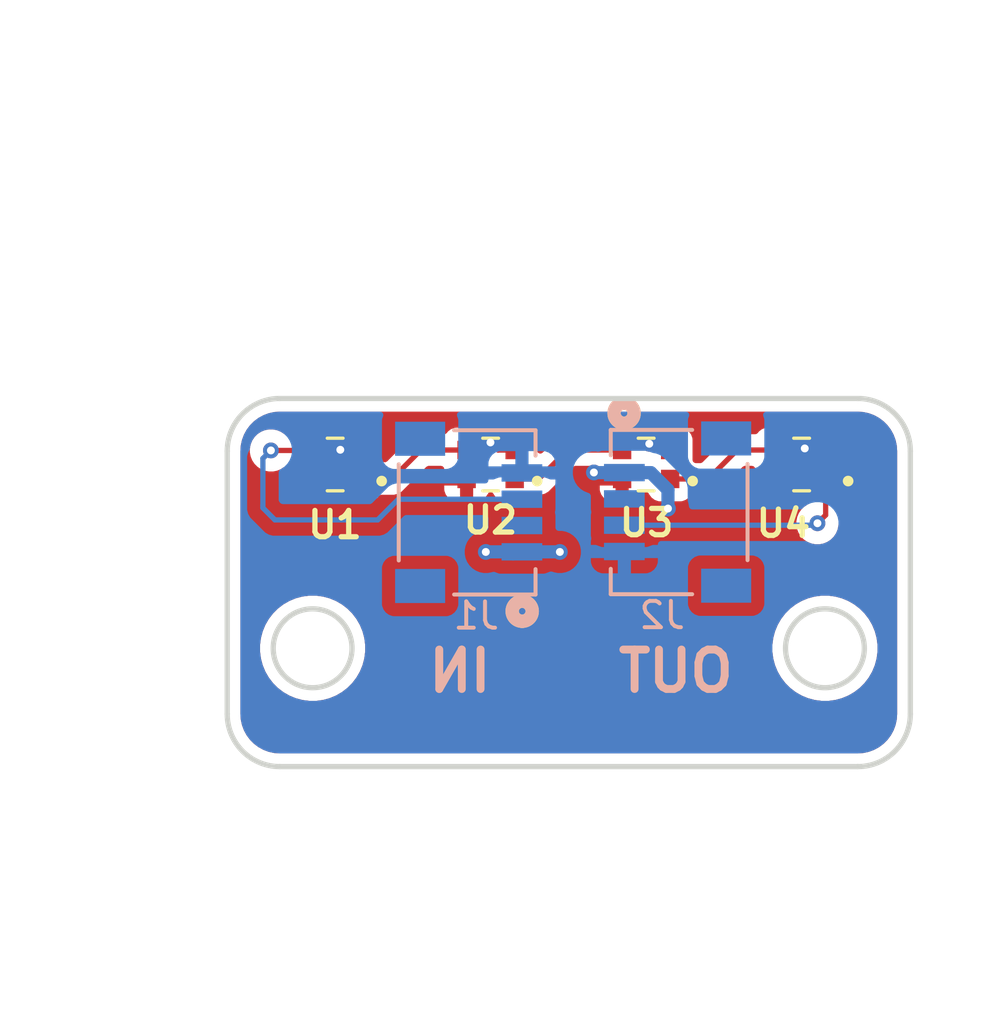
<source format=kicad_pcb>
(kicad_pcb (version 20241229) (generator "pcbnew") (generator_version "9.0")
  (layers (0 "F.Cu" signal) (2 "B.Cu" signal) (13 "F.Paste" user) (15 "B.Paste" user) (5 "F.SilkS" user "F.Silkscreen") (7 "B.SilkS" user "B.Silkscreen") (1 "F.Mask" user) (3 "B.Mask" user) (25 "Edge.Cuts" user))
  (net 0 "")
  (net 1 "+5V")
  (net 2 "Net-(U1-DI)")
  (net 3 "GND")
  (net 5 "Net-(U4-DO)")
  (net 7 "Net-(U1-DO)")
  (net 8 "Net-(U2-DO)")
  (net 9 "Net-(U3-DO)")
  (footprint "WS2812-2020:LED_WS2812-2020" (layer "F.Cu") (at 120.276444 80.011 180)
    (property "Reference" "U2" (at 0.00846 -2.11669 0) (layer "F.SilkS") (effects (font (thickness 0.2))))
    (property "Value" "WS2812-2020")
    (fp_line (start -0.3 1) (end 0.3 1) (stroke (width 0.127)) (layer "F.SilkS"))
    (fp_line (start -0.3 -1) (end 0.3 -1) (stroke (width 0.127)) (layer "F.SilkS"))
    (fp_circle (center -1.77 -0.63) (end -1.667044 -0.63) (stroke (width 0.2)) (fill no) (layer "F.SilkS"))
    (pad "1" smd rect (at -0.915 -0.55 180) (size 0.7 0.7) (layers "F.Cu" "F.Mask" "F.Paste") (net 8 "Net-(U2-DO)"))
    (pad "2" smd rect (at -0.915 0.55 180) (size 0.7 0.7) (layers "F.Cu" "F.Mask" "F.Paste") (net 3 "GND"))
    (pad "3" smd rect (at 0.915 0.55 180) (size 0.7 0.7) (layers "F.Cu" "F.Mask" "F.Paste") (net 7 "Net-(U1-DO)"))
    (pad "4" smd rect (at 0.915 -0.55 180) (size 0.7 0.7) (layers "F.Cu" "F.Mask" "F.Paste") (net 1 "+5V"))
  )
  (footprint "WS2812-2020:LED_WS2812-2020" (layer "F.Cu") (at 126.194644 80.011 180)
    (property "Reference" "U3" (at -0.01694 -2.21829 0) (layer "F.SilkS") (effects (font (thickness 0.2))))
    (property "Value" "WS2812-2020")
    (fp_line (start -0.3 1) (end 0.3 1) (stroke (width 0.127)) (layer "F.SilkS"))
    (fp_line (start -0.3 -1) (end 0.3 -1) (stroke (width 0.127)) (layer "F.SilkS"))
    (fp_circle (center -1.77 -0.63) (end -1.667044 -0.63) (stroke (width 0.2)) (fill no) (layer "F.SilkS"))
    (pad "1" smd rect (at -0.915 -0.55 180) (size 0.7 0.7) (layers "F.Cu" "F.Mask" "F.Paste") (net 9 "Net-(U3-DO)"))
    (pad "2" smd rect (at -0.915 0.55 180) (size 0.7 0.7) (layers "F.Cu" "F.Mask" "F.Paste") (net 3 "GND"))
    (pad "3" smd rect (at 0.915 0.55 180) (size 0.7 0.7) (layers "F.Cu" "F.Mask" "F.Paste") (net 8 "Net-(U2-DO)"))
    (pad "4" smd rect (at 0.915 -0.55 180) (size 0.7 0.7) (layers "F.Cu" "F.Mask" "F.Paste") (net 1 "+5V"))
  )
  (footprint "WS2812-2020:LED_WS2812-2020" (layer "F.Cu") (at 114.358244 80.011 180)
    (property "Reference" "U1" (at 0.00846 -2.29449 0) (layer "F.SilkS") (effects (font (thickness 0.2))))
    (property "Value" "WS2812-2020")
    (fp_line (start -0.3 1) (end 0.3 1) (stroke (width 0.127)) (layer "F.SilkS"))
    (fp_line (start -0.3 -1) (end 0.3 -1) (stroke (width 0.127)) (layer "F.SilkS"))
    (fp_circle (center -1.77 -0.63) (end -1.667044 -0.63) (stroke (width 0.2)) (fill no) (layer "F.SilkS"))
    (pad "1" smd rect (at -0.915 -0.55 180) (size 0.7 0.7) (layers "F.Cu" "F.Mask" "F.Paste") (net 7 "Net-(U1-DO)"))
    (pad "2" smd rect (at -0.915 0.55 180) (size 0.7 0.7) (layers "F.Cu" "F.Mask" "F.Paste") (net 3 "GND"))
    (pad "3" smd rect (at 0.915 0.55 180) (size 0.7 0.7) (layers "F.Cu" "F.Mask" "F.Paste") (net 2 "Net-(U1-DI)"))
    (pad "4" smd rect (at 0.915 -0.55 180) (size 0.7 0.7) (layers "F.Cu" "F.Mask" "F.Paste") (net 1 "+5V"))
  )
  (footprint "WS2812-2020:LED_WS2812-2020" (layer "F.Cu") (at 132.112844 80.011 180)
    (property "Reference" "U4" (at 0.69426 -2.24369 0) (layer "F.SilkS") (effects (font (thickness 0.2))))
    (property "Value" "WS2812-2020")
    (fp_line (start -0.3 1) (end 0.3 1) (stroke (width 0.127)) (layer "F.SilkS"))
    (fp_line (start -0.3 -1) (end 0.3 -1) (stroke (width 0.127)) (layer "F.SilkS"))
    (fp_circle (center -1.77 -0.63) (end -1.667044 -0.63) (stroke (width 0.2)) (fill no) (layer "F.SilkS"))
    (pad "1" smd rect (at -0.915 -0.55 180) (size 0.7 0.7) (layers "F.Cu" "F.Mask" "F.Paste") (net 5 "Net-(U4-DO)"))
    (pad "2" smd rect (at -0.915 0.55 180) (size 0.7 0.7) (layers "F.Cu" "F.Mask" "F.Paste") (net 3 "GND"))
    (pad "3" smd rect (at 0.915 0.55 180) (size 0.7 0.7) (layers "F.Cu" "F.Mask" "F.Paste") (net 9 "Net-(U3-DO)"))
    (pad "4" smd rect (at 0.915 -0.55 180) (size 0.7 0.7) (layers "F.Cu" "F.Mask" "F.Paste") (net 1 "+5V"))
  )
  (footprint "SM04B-SRSS-TB:CONN_SM04B-SRSS-TB_JST" (layer "B.Cu") (at 119.3688 81.8321 -90)
    (property "Reference" "J1" (at 3.9295 -0.3601 0) (layer "B.SilkS") (effects (justify mirror)))
    (property "Value" "SM04B-SRSS-TB")
    (fp_arc (start 3.3782 -2.1082) (mid 3.7592 -2.4892) (end 4.1402 -2.1082) (stroke (width 0.508)) (layer "F.SilkS"))
    (fp_arc (start 4.1402 -2.1082) (mid 3.7592 -1.7272) (end 3.3782 -2.1082) (stroke (width 0.508)) (layer "F.SilkS"))
    (fp_line (start 1.8288 2.5908) (end -1.8288 2.5908) (stroke (width 0.1524)) (layer "B.SilkS"))
    (fp_line (start -3.1242 0.4826) (end -3.1242 -2.6162) (stroke (width 0.1524)) (layer "B.SilkS"))
    (fp_line (start -3.1242 -2.6162) (end -2.159 -2.6162) (stroke (width 0.1524)) (layer "B.SilkS"))
    (fp_line (start 2.159 -2.6162) (end 3.1242 -2.6162) (stroke (width 0.1524)) (layer "B.SilkS"))
    (fp_line (start 3.1242 -2.6162) (end 3.1242 0.4826) (stroke (width 0.1524)) (layer "B.SilkS"))
    (fp_arc (start 3.3782 -2.1082) (mid 3.7592 -2.4892) (end 4.1402 -2.1082) (stroke (width 0.508)) (layer "B.SilkS"))
    (fp_arc (start 4.1402 -2.1082) (mid 3.7592 -1.7272) (end 3.3782 -2.1082) (stroke (width 0.508)) (layer "B.SilkS"))
    (pad "1" smd rect (at 1.5 -2.0985 270) (size 0.6604 1.5494) (layers "B.Cu" "B.Mask" "B.Paste") (net 1 "+5V"))
    (pad "2" smd rect (at 0.5 -2.0985 270) (size 0.6604 1.5494) (layers "B.Cu" "B.Mask" "B.Paste"))
    (pad "3" smd rect (at -0.5 -2.0985 270) (size 0.6604 1.5494) (layers "B.Cu" "B.Mask" "B.Paste") (net 2 "Net-(U1-DI)"))
    (pad "4" smd rect (at -1.5 -2.0985 270) (size 0.6604 1.5494) (layers "B.Cu" "B.Mask" "B.Paste") (net 3 "GND"))
    (pad "5" smd rect (at -2.8 1.7765 270) (size 1.2954 1.905) (layers "B.Cu" "B.Mask" "B.Paste"))
    (pad "6" smd rect (at 2.8 1.7765 270) (size 1.2954 1.905) (layers "B.Cu" "B.Mask" "B.Paste"))
  )
  (footprint "SM04B-SRSS-TB:CONN_SM04B-SRSS-TB_JST" (layer "B.Cu") (at 127.4636 81.8201 90)
    (property "Reference" "J2" (at -3.9239 -0.6601 180) (layer "B.SilkS") (effects (justify mirror)))
    (property "Value" "SM04B-SRSS-TB")
    (fp_arc (start 4.1402 -2.1082) (mid 3.7592 -1.7272) (end 3.3782 -2.1082) (stroke (width 0.508)) (layer "F.SilkS"))
    (fp_arc (start 3.3782 -2.1082) (mid 3.7592 -2.4892) (end 4.1402 -2.1082) (stroke (width 0.508)) (layer "F.SilkS"))
    (fp_line (start 3.1242 -2.6162) (end 3.1242 0.4826) (stroke (width 0.1524)) (layer "B.SilkS"))
    (fp_line (start 2.159 -2.6162) (end 3.1242 -2.6162) (stroke (width 0.1524)) (layer "B.SilkS"))
    (fp_line (start -3.1242 -2.6162) (end -2.159 -2.6162) (stroke (width 0.1524)) (layer "B.SilkS"))
    (fp_line (start -3.1242 0.4826) (end -3.1242 -2.6162) (stroke (width 0.1524)) (layer "B.SilkS"))
    (fp_line (start 1.8288 2.5908) (end -1.8288 2.5908) (stroke (width 0.1524)) (layer "B.SilkS"))
    (fp_arc (start 4.1402 -2.1082) (mid 3.7592 -1.7272) (end 3.3782 -2.1082) (stroke (width 0.508)) (layer "B.SilkS"))
    (fp_arc (start 3.3782 -2.1082) (mid 3.7592 -2.4892) (end 4.1402 -2.1082) (stroke (width 0.508)) (layer "B.SilkS"))
    (pad "1" smd rect (at 1.5 -2.0985 90) (size 0.6604 1.5494) (layers "B.Cu" "B.Mask" "B.Paste") (net 1 "+5V"))
    (pad "2" smd rect (at 0.5 -2.0985 90) (size 0.6604 1.5494) (layers "B.Cu" "B.Mask" "B.Paste"))
    (pad "3" smd rect (at -0.5 -2.0985 90) (size 0.6604 1.5494) (layers "B.Cu" "B.Mask" "B.Paste") (net 5 "Net-(U4-DO)"))
    (pad "4" smd rect (at -1.5 -2.0985 90) (size 0.6604 1.5494) (layers "B.Cu" "B.Mask" "B.Paste") (net 3 "GND"))
    (pad "5" smd rect (at -2.8 1.7765 90) (size 1.2954 1.905) (layers "B.Cu" "B.Mask" "B.Paste"))
    (pad "6" smd rect (at 2.8 1.7765 90) (size 1.2954 1.905) (layers "B.Cu" "B.Mask" "B.Paste"))
  )
  (gr_circle (center 133 87) (end 134.5 87) (stroke (width 0.2)) (fill no) (layer "Edge.Cuts"))
  (gr_line (start 112.25 91.5) (end 134.25 91.5) (stroke (width 0.2)) (layer "Edge.Cuts"))
  (gr_arc (start 136.25 89.5) (mid 135.664214 90.914214) (end 134.25 91.5) (stroke (width 0.2)) (layer "Edge.Cuts"))
  (gr_arc (start 110.25 79.5) (mid 110.835786 78.085786) (end 112.25 77.5) (stroke (width 0.2)) (layer "Edge.Cuts"))
  (gr_line (start 136.25 89.5) (end 136.25 79.5) (stroke (width 0.2)) (layer "Edge.Cuts"))
  (gr_line (start 110.25 79.5) (end 110.25 89.5) (stroke (width 0.2)) (layer "Edge.Cuts"))
  (gr_arc (start 134.25 77.5) (mid 135.664214 78.085786) (end 136.25 79.5) (stroke (width 0.2)) (layer "Edge.Cuts"))
  (gr_line (start 134.25 77.5) (end 112.25 77.5) (stroke (width 0.2)) (layer "Edge.Cuts"))
  (gr_arc (start 112.25 91.5) (mid 110.835786 90.914214) (end 110.25 89.5) (stroke (width 0.2)) (layer "Edge.Cuts"))
  (gr_circle (center 113.5 87) (end 115 87) (stroke (width 0.2)) (fill no) (layer "Edge.Cuts"))
  (gr_text "IN" (at 120.4468 88.7476 0) (layer "B.SilkS") (effects (font (size 1.5 1.5) (thickness 0.3) (bold yes)) (justify left bottom mirror)))
  (gr_text "OUT" (at 129.667 88.7476 0) (layer "B.SilkS") (effects (font (size 1.5 1.5) (thickness 0.3) (bold yes)) (justify left bottom mirror)))
  (via (at 127.0254 81.6864) (size 0.6) (drill 0.3) (layers "F.Cu" "B.Cu") (net 1))
  (via (at 120.0912 83.3374) (size 0.6) (drill 0.3) (layers "F.Cu" "B.Cu") (net 1))
  (via (at 124.206 80.3148) (size 0.6) (drill 0.3) (layers "F.Cu" "B.Cu") (net 1))
  (via (at 122.9106 83.3374) (size 0.6) (drill 0.3) (layers "F.Cu" "B.Cu") (net 1))
  (segment (start 125.3651 80.3201) (end 124.2113 80.3201) (width 0.5) (layer "B.Cu") (net 1))
  (segment (start 127.0254 80.9735) (end 127.0254 81.6864) (width 0.5) (layer "B.Cu") (net 1))
  (segment (start 122.9053 83.3321) (end 122.9106 83.3374) (width 0.5) (layer "B.Cu") (net 1))
  (segment (start 125.3651 80.3201) (end 126.372 80.3201) (width 0.5) (layer "B.Cu") (net 1))
  (segment (start 120.0965 83.3321) (end 120.0912 83.3374) (width 0.5) (layer "B.Cu") (net 1))
  (segment (start 121.4673 83.3321) (end 120.0965 83.3321) (width 0.5) (layer "B.Cu") (net 1))
  (segment (start 121.4673 83.3321) (end 122.9053 83.3321) (width 0.5) (layer "B.Cu") (net 1))
  (segment (start 121.1633 83.3321) (end 121.1326 83.3628) (width 0.6) (layer "B.Cu") (net 1))
  (segment (start 126.372 80.3201) (end 127.0254 80.9735) (width 0.5) (layer "B.Cu") (net 1))
  (segment (start 124.2113 80.3201) (end 124.206 80.3148) (width 0.5) (layer "B.Cu") (net 1))
  (segment (start 113.427644 79.4766) (end 113.443244 79.461) (width 0.2) (layer "F.Cu") (net 2))
  (segment (start 111.9124 79.4766) (end 113.427644 79.4766) (width 0.2) (layer "F.Cu") (net 2))
  (via (at 111.9124 79.4766) (size 0.6) (drill 0.3) (layers "F.Cu" "B.Cu") (net 2))
  (segment (start 121.4673 81.3321) (end 116.7625 81.3321) (width 0.2) (layer "B.Cu") (net 2))
  (segment (start 116.7625 81.3321) (end 115.9764 82.1182) (width 0.2) (layer "B.Cu") (net 2))
  (segment (start 111.6076 81.5594) (end 111.6076 79.7814) (width 0.2) (layer "B.Cu") (net 2))
  (segment (start 111.6076 79.7814) (end 111.9124 79.4766) (width 0.2) (layer "B.Cu") (net 2))
  (segment (start 115.9764 82.1182) (end 112.0648 82.1182) (width 0.2) (layer "B.Cu") (net 2))
  (segment (start 111.6076 81.661) (end 111.6076 81.5594) (width 0.2) (layer "B.Cu") (net 2))
  (segment (start 112.0648 82.1182) (end 111.6076 81.661) (width 0.2) (layer "B.Cu") (net 2))
  (segment (start 133.027844 79.461) (end 132.293 79.461) (width 0.2) (layer "F.Cu") (net 3))
  (segment (start 126.5526 79.461) (end 126.3142 79.2226) (width 0.2) (layer "F.Cu") (net 3))
  (segment (start 121.191444 79.461) (end 120.5582 79.461) (width 0.2) (layer "F.Cu") (net 3))
  (segment (start 115.273244 79.461) (end 114.5638 79.461) (width 0.2) (layer "F.Cu") (net 3))
  (segment (start 132.293 79.461) (end 132.2324 79.4004) (width 0.2) (layer "F.Cu") (net 3))
  (segment (start 114.5638 79.461) (end 114.554 79.4512) (width 0.2) (layer "F.Cu") (net 3))
  (segment (start 127.109644 79.461) (end 126.5526 79.461) (width 0.2) (layer "F.Cu") (net 3))
  (segment (start 120.5582 79.461) (end 120.269 79.1718) (width 0.2) (layer "F.Cu") (net 3))
  (via (at 120.269 79.1718) (size 0.6) (drill 0.3) (layers "F.Cu" "B.Cu") (net 3))
  (via (at 114.554 79.4512) (size 0.6) (drill 0.3) (layers "F.Cu" "B.Cu") (net 3))
  (via (at 132.2324 79.4004) (size 0.6) (drill 0.3) (layers "F.Cu" "B.Cu") (net 3))
  (via (at 126.3142 79.2226) (size 0.6) (drill 0.3) (layers "F.Cu" "B.Cu") (net 3))
  (segment (start 133.027844 80.561) (end 133.027844 81.932356) (width 0.2) (layer "F.Cu") (net 5))
  (segment (start 133.027844 81.932356) (end 132.715 82.2452) (width 0.2) (layer "F.Cu") (net 5))
  (via (at 132.715 82.2452) (size 0.6) (drill 0.3) (layers "F.Cu" "B.Cu") (net 5))
  (segment (start 132.715 82.2452) (end 132.6401 82.3201) (width 0.2) (layer "B.Cu") (net 5))
  (segment (start 132.6401 82.3201) (end 125.3651 82.3201) (width 0.2) (layer "B.Cu") (net 5))
  (segment (start 116.5176 80.561) (end 117.6176 79.461) (width 0.2) (layer "F.Cu") (net 7))
  (segment (start 117.6176 79.461) (end 119.361444 79.461) (width 0.2) (layer "F.Cu") (net 7))
  (segment (start 115.273244 80.561) (end 116.5176 80.561) (width 0.2) (layer "F.Cu") (net 7))
  (segment (start 122.1056 80.561) (end 123.2154 79.4512) (width 0.2) (layer "F.Cu") (net 8))
  (segment (start 123.2154 79.4512) (end 123.2252 79.461) (width 0.2) (layer "F.Cu") (net 8))
  (segment (start 123.2252 79.461) (end 125.279644 79.461) (width 0.2) (layer "F.Cu") (net 8))
  (segment (start 121.191444 80.561) (end 122.1056 80.561) (width 0.2) (layer "F.Cu") (net 8))
  (segment (start 128.5572 80.561) (end 129.6572 79.461) (width 0.2) (layer "F.Cu") (net 9))
  (segment (start 129.6572 79.461) (end 131.197844 79.461) (width 0.2) (layer "F.Cu") (net 9))
  (segment (start 127.109644 80.561) (end 128.5572 80.561) (width 0.2) (layer "F.Cu") (net 9))
  (zone (net 1) (net_name "+5V") (layer "F.Cu") (connect_pads (clearance 0.5)) (min_thickness 0.25) (fill yes (thermal_gap 0.5) (thermal_bridge_width 0.5))
    (polygon (pts (xy 108.6104 76.0222) (xy 138.6332 76.1492) (xy 139.4968 93.9292) (xy 108.3056 93.726) (xy 108.585 76.581)))
  )
  (zone (net 3) (net_name "GND") (layer "B.Cu") (priority 1) (connect_pads (clearance 0.5)) (min_thickness 0.25) (fill yes (thermal_gap 0.5) (thermal_bridge_width 0.5))
    (polygon (pts (xy 108.7374 76.0984) (xy 138.557 76.073) (xy 139.8778 94.0816) (xy 108.2548 93.5482)))
  )
)
</source>
